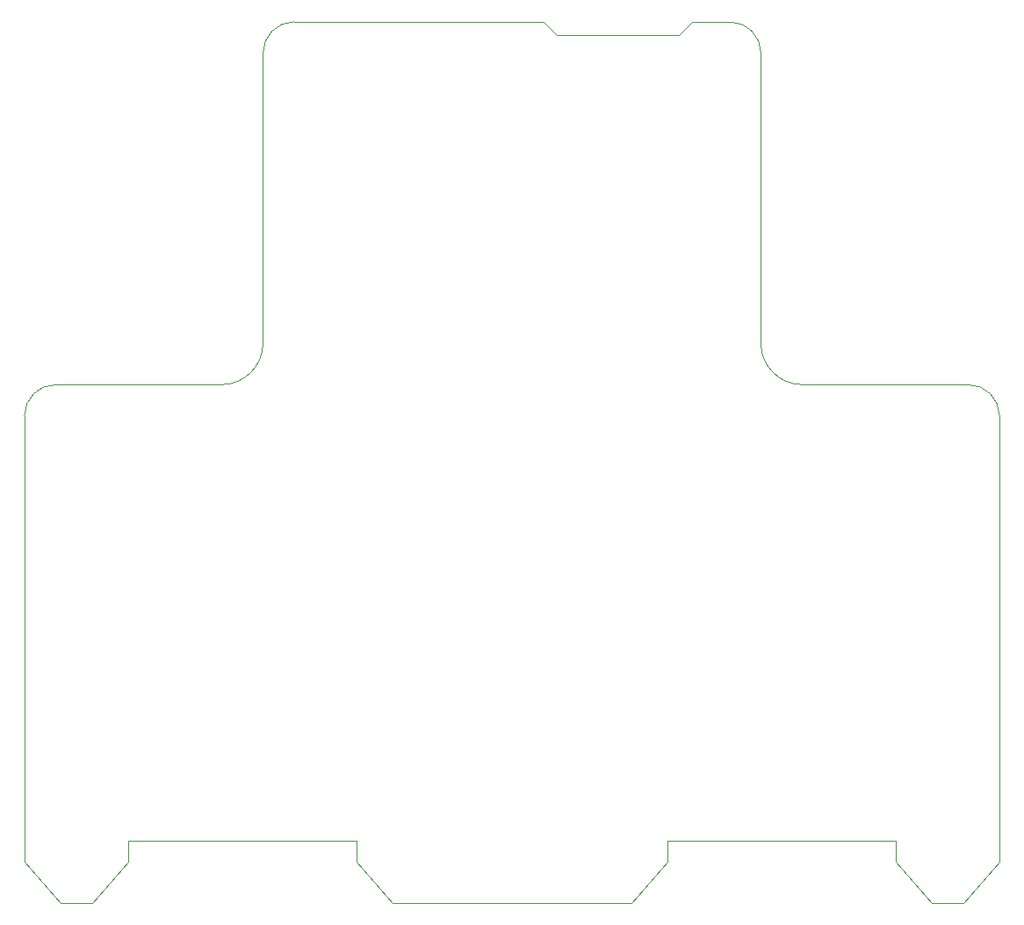
<source format=gm1>
G04 #@! TF.FileFunction,Profile,NP*
%FSLAX46Y46*%
G04 Gerber Fmt 4.6, Leading zero omitted, Abs format (unit mm)*
G04 Created by KiCad (PCBNEW 4.0.7-e2-6376~58~ubuntu16.04.1) date Mon Nov 13 19:48:04 2017*
%MOMM*%
%LPD*%
G01*
G04 APERTURE LIST*
%ADD10C,0.100000*%
%ADD11C,0.010000*%
G04 APERTURE END LIST*
D10*
D11*
X150489920Y-51810920D02*
X152623520Y-51810920D01*
X166987220Y-51810920D02*
X165712140Y-53086000D01*
X170596560Y-51810920D02*
X166987220Y-51810920D01*
X150489920Y-51810920D02*
X128597660Y-51810920D01*
X153898600Y-53086000D02*
X152623520Y-51810920D01*
X165709600Y-53086000D02*
X153898600Y-53086000D01*
X112596000Y-130810000D02*
X134596000Y-130810000D01*
X186596000Y-130810000D02*
X186596000Y-132810000D01*
X106096000Y-136810000D02*
X109096000Y-136810000D01*
X125595994Y-82816981D02*
G75*
G02X121596000Y-86810000I-3999994J6981D01*
G01*
X102596000Y-130810000D02*
X102596000Y-132810000D01*
X173596000Y-54810000D02*
X173596000Y-82810000D01*
X105596000Y-86810000D02*
X121596000Y-86810000D01*
X125596000Y-54810000D02*
X125596000Y-82810000D01*
X164596000Y-132810000D02*
X161096000Y-136810000D01*
X193596000Y-86810000D02*
X177596000Y-86810000D01*
X164596000Y-130810000D02*
X186596000Y-130810000D01*
X138096000Y-136810000D02*
X134596000Y-132810000D01*
X193596000Y-86810000D02*
G75*
G02X196596000Y-89810000I0J-3000000D01*
G01*
X102596000Y-89810000D02*
X102596000Y-130810000D01*
X196596000Y-89810000D02*
X196596000Y-130810000D01*
X112596000Y-132810000D02*
X112596000Y-130810000D01*
X177596000Y-86810000D02*
G75*
G02X173596000Y-82810000I0J4000000D01*
G01*
X102596000Y-89810000D02*
G75*
G02X105596000Y-86810000I3000000J0D01*
G01*
X138096000Y-136810000D02*
X161096000Y-136810000D01*
X170596000Y-51810000D02*
G75*
G02X173596000Y-54810000I0J-3000000D01*
G01*
X164596000Y-132810000D02*
X164596000Y-130810000D01*
X125596000Y-54810000D02*
G75*
G02X128596000Y-51810000I3000000J0D01*
G01*
X134596000Y-130810000D02*
X134596000Y-132810000D01*
X190096000Y-136810000D02*
X193096000Y-136810000D01*
X106096000Y-136810000D02*
X102596000Y-132810000D01*
X196596000Y-132810000D02*
X196596000Y-130810000D01*
X112596000Y-132810000D02*
X109096000Y-136810000D01*
X186596000Y-132810000D02*
X190096000Y-136810000D01*
X193096000Y-136810000D02*
X196596000Y-132810000D01*
M02*

</source>
